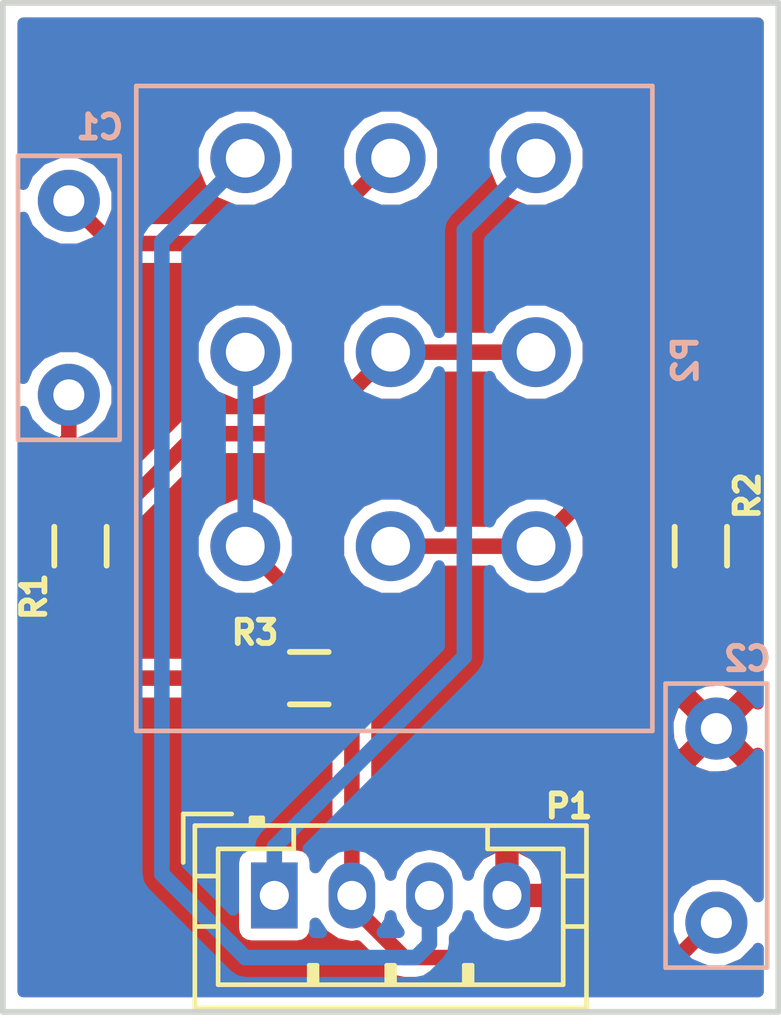
<source format=kicad_pcb>
(kicad_pcb (version 4) (host pcbnew 4.0.4-1.fc24-product)

  (general
    (links 15)
    (no_connects 0)
    (area 164.774999 90.049999 185.225001 119.655)
    (thickness 1.6)
    (drawings 8)
    (tracks 44)
    (zones 0)
    (modules 7)
    (nets 9)
  )

  (page A4)
  (layers
    (0 F.Cu signal)
    (31 B.Cu signal)
    (32 B.Adhes user)
    (33 F.Adhes user)
    (34 B.Paste user)
    (35 F.Paste user)
    (36 B.SilkS user)
    (37 F.SilkS user)
    (38 B.Mask user)
    (39 F.Mask user)
    (40 Dwgs.User user)
    (41 Cmts.User user)
    (42 Eco1.User user)
    (43 Eco2.User user)
    (44 Edge.Cuts user)
    (45 Margin user)
    (46 B.CrtYd user)
    (47 F.CrtYd user)
    (48 B.Fab user)
    (49 F.Fab user)
  )

  (setup
    (last_trace_width 0.4)
    (trace_clearance 0.3)
    (zone_clearance 0.3)
    (zone_45_only no)
    (trace_min 0.3)
    (segment_width 0.2)
    (edge_width 0.15)
    (via_size 0.6)
    (via_drill 0.4)
    (via_min_size 0.4)
    (via_min_drill 0.3)
    (uvia_size 0.3)
    (uvia_drill 0.1)
    (uvias_allowed no)
    (uvia_min_size 0.2)
    (uvia_min_drill 0.1)
    (pcb_text_width 0.3)
    (pcb_text_size 1.5 1.5)
    (mod_edge_width 0.15)
    (mod_text_size 0.6 0.6)
    (mod_text_width 0.15)
    (pad_size 1.524 1.524)
    (pad_drill 0.762)
    (pad_to_mask_clearance 0.2)
    (aux_axis_origin 0 0)
    (visible_elements 7FFFFFFF)
    (pcbplotparams
      (layerselection 0x010fc_80000001)
      (usegerberextensions true)
      (usegerberattributes true)
      (excludeedgelayer true)
      (linewidth 0.100000)
      (plotframeref false)
      (viasonmask false)
      (mode 1)
      (useauxorigin false)
      (hpglpennumber 1)
      (hpglpenspeed 20)
      (hpglpendiameter 15)
      (hpglpenoverlay 2)
      (psnegative false)
      (psa4output false)
      (plotreference true)
      (plotvalue true)
      (plotinvisibletext false)
      (padsonsilk false)
      (subtractmaskfromsilk false)
      (outputformat 1)
      (mirror false)
      (drillshape 0)
      (scaleselection 1)
      (outputdirectory ../../GERBER/F0_MID/))
  )

  (net 0 "")
  (net 1 /VOL2)
  (net 2 "Net-(C1-Pad2)")
  (net 3 /F1_1)
  (net 4 /Vref)
  (net 5 /MID_I)
  (net 6 /MID_O)
  (net 7 /F1_2)
  (net 8 /F2_2)

  (net_class Default "This is the default net class."
    (clearance 0.3)
    (trace_width 0.4)
    (via_dia 0.6)
    (via_drill 0.4)
    (uvia_dia 0.3)
    (uvia_drill 0.1)
    (add_net /F1_1)
    (add_net /F1_2)
    (add_net /F2_2)
    (add_net /MID_I)
    (add_net /MID_O)
    (add_net /VOL2)
    (add_net /Vref)
    (add_net "Net-(C1-Pad2)")
  )

  (net_class PWR ""
    (clearance 0.3)
    (trace_width 0.6)
    (via_dia 0.6)
    (via_drill 0.4)
    (uvia_dia 0.3)
    (uvia_drill 0.1)
  )

  (module LIBS:Potentiometer_Alpha_Tripple_Vertical_Dual_Shaft (layer B.Cu) (tedit 5A73A0CE) (tstamp 5A73A372)
    (at 171.25 96 90)
    (descr "Potentiometer, vertically mounted, Omeg PC16PU, Omeg PC16PU, Omeg PC16PU, Vishay/Spectrol 248GJ/249GJ Single, Vishay/Spectrol 248GJ/249GJ Single, Vishay/Spectrol 248GJ/249GJ Single, Vishay/Spectrol 248GH/249GH Single, Vishay/Spectrol 148/149 Single, Vishay/Spectrol 148/149 Single, Vishay/Spectrol 148/149 Single, Vishay/Spectrol 148A/149A Single with mounting plates, Vishay/Spectrol 148/149 Double, Vishay/Spectrol 148A/149A Double with mounting plates, Piher PC-16 Single, Piher PC-16 Single, Piher PC-16 Single, Piher PC-16SV Single, Piher PC-16 Double, Piher PC-16 Triple, Piher T16H Single, Piher T16L Single, Piher T16H Double, Alps RK163 Single, Alps RK163 Double, Alps RK097 Single, Alps RK097 Double, http://www.alps.com/prod/info/E/HTML/Potentiometer/RotaryPotentiometers/RK097/RK09712100AV.html")
    (tags "Potentiometer vertical  Omeg PC16PU  Omeg PC16PU  Omeg PC16PU  Vishay/Spectrol 248GJ/249GJ Single  Vishay/Spectrol 248GJ/249GJ Single  Vishay/Spectrol 248GJ/249GJ Single  Vishay/Spectrol 248GH/249GH Single  Vishay/Spectrol 148/149 Single  Vishay/Spectrol 148/149 Single  Vishay/Spectrol 148/149 Single  Vishay/Spectrol 148A/149A Single with mounting plates  Vishay/Spectrol 148/149 Double  Vishay/Spectrol 148A/149A Double with mounting plates  Piher PC-16 Single  Piher PC-16 Single  Piher PC-16 Single  Piher PC-16SV Single  Piher PC-16 Double  Piher PC-16 Triple  Piher T16H Single  Piher T16L Single  Piher T16H Double  Alps RK163 Single  Alps RK163 Double  Alps RK097 Single  Alps RK097 Double Dual Shaft")
    (path /5A669FB9)
    (fp_text reference P2 (at -5.2 11.35 90) (layer B.SilkS)
      (effects (font (size 0.6 0.6) (thickness 0.15)) (justify mirror))
    )
    (fp_text value CONN_01X09 (at 2.15 -3.9 90) (layer B.Fab) hide
      (effects (font (size 0.6 0.6) (thickness 0.15)) (justify mirror))
    )
    (fp_line (start -14.7 10.45) (end -14.7 -2.75) (layer B.Fab) (width 0.1))
    (fp_line (start -14.7 -2.75) (end 1.8 -2.75) (layer B.Fab) (width 0.1))
    (fp_line (start 1.8 -2.75) (end 1.8 10.45) (layer B.Fab) (width 0.1))
    (fp_line (start 1.8 10.45) (end -14.7 10.45) (layer B.Fab) (width 0.1))
    (fp_line (start -14.76 10.5) (end 1.86 10.5) (layer B.SilkS) (width 0.12))
    (fp_line (start -14.76 -2.81) (end 1.86 -2.81) (layer B.SilkS) (width 0.12))
    (fp_line (start -14.76 10.5) (end -14.76 -2.81) (layer B.SilkS) (width 0.12))
    (fp_line (start 1.86 10.5) (end 1.86 -2.81) (layer B.SilkS) (width 0.12))
    (fp_line (start -15.15 10.7) (end -15.15 -3) (layer B.CrtYd) (width 0.05))
    (fp_line (start -15.15 -3) (end 2.05 -3) (layer B.CrtYd) (width 0.05))
    (fp_line (start 2.05 -3) (end 2.05 10.7) (layer B.CrtYd) (width 0.05))
    (fp_line (start 2.05 10.7) (end -15.15 10.7) (layer B.CrtYd) (width 0.05))
    (pad 3 thru_hole circle (at 0 7.5 90) (size 1.8 1.8) (drill 1) (layers *.Cu *.Mask)
      (net 5 /MID_I))
    (pad 2 thru_hole circle (at 0 3.75 90) (size 1.8 1.8) (drill 1) (layers *.Cu *.Mask)
      (net 1 /VOL2))
    (pad 1 thru_hole circle (at 0 0 90) (size 1.8 1.8) (drill 1) (layers *.Cu *.Mask)
      (net 6 /MID_O))
    (pad 6 thru_hole circle (at -5 7.5 90) (size 1.8 1.8) (drill 1) (layers *.Cu *.Mask)
      (net 7 /F1_2))
    (pad 5 thru_hole circle (at -5 3.75 90) (size 1.8 1.8) (drill 1) (layers *.Cu *.Mask)
      (net 7 /F1_2))
    (pad 4 thru_hole circle (at -5 0 90) (size 1.8 1.8) (drill 1) (layers *.Cu *.Mask)
      (net 3 /F1_1))
    (pad 7 thru_hole circle (at -10 0 90) (size 1.8 1.8) (drill 1) (layers *.Cu *.Mask)
      (net 3 /F1_1))
    (pad 8 thru_hole circle (at -10 3.75 90) (size 1.8 1.8) (drill 1) (layers *.Cu *.Mask)
      (net 8 /F2_2))
    (pad 9 thru_hole circle (at -10 7.5 90) (size 1.8 1.8) (drill 1) (layers *.Cu *.Mask)
      (net 8 /F2_2))
    (model Potentiometers.3dshapes/Potentiometer_Alps_RK097_Double_Vertical.wrl
      (at (xyz 0 0 0))
      (scale (xyz 0.393701 0.393701 0.393701))
      (rotate (xyz 0 0 0))
    )
  )

  (module Connectors_JST:JST_PH_B4B-PH-K_04x2.00mm_Straight (layer F.Cu) (tedit 5A682204) (tstamp 5A6821C1)
    (at 172 115)
    (descr "JST PH series connector, B4B-PH-K, top entry type, through hole, Datasheet: http://www.jst-mfg.com/product/pdf/eng/ePH.pdf")
    (tags "connector jst ph")
    (path /5A66A01B)
    (fp_text reference P1 (at 7.6 -2.3) (layer F.SilkS)
      (effects (font (size 0.6 0.6) (thickness 0.15)))
    )
    (fp_text value CONN_01X04 (at 3 3.8) (layer F.Fab) hide
      (effects (font (size 0.6 0.6) (thickness 0.15)))
    )
    (fp_line (start -2.05 -1.8) (end -2.05 2.9) (layer F.SilkS) (width 0.12))
    (fp_line (start -2.05 2.9) (end 8.05 2.9) (layer F.SilkS) (width 0.12))
    (fp_line (start 8.05 2.9) (end 8.05 -1.8) (layer F.SilkS) (width 0.12))
    (fp_line (start 8.05 -1.8) (end -2.05 -1.8) (layer F.SilkS) (width 0.12))
    (fp_line (start 0.5 -1.8) (end 0.5 -1.2) (layer F.SilkS) (width 0.12))
    (fp_line (start 0.5 -1.2) (end -1.45 -1.2) (layer F.SilkS) (width 0.12))
    (fp_line (start -1.45 -1.2) (end -1.45 2.3) (layer F.SilkS) (width 0.12))
    (fp_line (start -1.45 2.3) (end 7.45 2.3) (layer F.SilkS) (width 0.12))
    (fp_line (start 7.45 2.3) (end 7.45 -1.2) (layer F.SilkS) (width 0.12))
    (fp_line (start 7.45 -1.2) (end 5.5 -1.2) (layer F.SilkS) (width 0.12))
    (fp_line (start 5.5 -1.2) (end 5.5 -1.8) (layer F.SilkS) (width 0.12))
    (fp_line (start -2.05 -0.5) (end -1.45 -0.5) (layer F.SilkS) (width 0.12))
    (fp_line (start -2.05 0.8) (end -1.45 0.8) (layer F.SilkS) (width 0.12))
    (fp_line (start 8.05 -0.5) (end 7.45 -0.5) (layer F.SilkS) (width 0.12))
    (fp_line (start 8.05 0.8) (end 7.45 0.8) (layer F.SilkS) (width 0.12))
    (fp_line (start -0.3 -1.8) (end -0.3 -2) (layer F.SilkS) (width 0.12))
    (fp_line (start -0.3 -2) (end -0.6 -2) (layer F.SilkS) (width 0.12))
    (fp_line (start -0.6 -2) (end -0.6 -1.8) (layer F.SilkS) (width 0.12))
    (fp_line (start -0.3 -1.9) (end -0.6 -1.9) (layer F.SilkS) (width 0.12))
    (fp_line (start 0.9 2.3) (end 0.9 1.8) (layer F.SilkS) (width 0.12))
    (fp_line (start 0.9 1.8) (end 1.1 1.8) (layer F.SilkS) (width 0.12))
    (fp_line (start 1.1 1.8) (end 1.1 2.3) (layer F.SilkS) (width 0.12))
    (fp_line (start 1 2.3) (end 1 1.8) (layer F.SilkS) (width 0.12))
    (fp_line (start 2.9 2.3) (end 2.9 1.8) (layer F.SilkS) (width 0.12))
    (fp_line (start 2.9 1.8) (end 3.1 1.8) (layer F.SilkS) (width 0.12))
    (fp_line (start 3.1 1.8) (end 3.1 2.3) (layer F.SilkS) (width 0.12))
    (fp_line (start 3 2.3) (end 3 1.8) (layer F.SilkS) (width 0.12))
    (fp_line (start 4.9 2.3) (end 4.9 1.8) (layer F.SilkS) (width 0.12))
    (fp_line (start 4.9 1.8) (end 5.1 1.8) (layer F.SilkS) (width 0.12))
    (fp_line (start 5.1 1.8) (end 5.1 2.3) (layer F.SilkS) (width 0.12))
    (fp_line (start 5 2.3) (end 5 1.8) (layer F.SilkS) (width 0.12))
    (fp_line (start -1.1 -2.1) (end -2.35 -2.1) (layer F.SilkS) (width 0.12))
    (fp_line (start -2.35 -2.1) (end -2.35 -0.85) (layer F.SilkS) (width 0.12))
    (fp_line (start -1.1 -2.1) (end -2.35 -2.1) (layer F.Fab) (width 0.1))
    (fp_line (start -2.35 -2.1) (end -2.35 -0.85) (layer F.Fab) (width 0.1))
    (fp_line (start -1.95 -1.7) (end -1.95 2.8) (layer F.Fab) (width 0.1))
    (fp_line (start -1.95 2.8) (end 7.95 2.8) (layer F.Fab) (width 0.1))
    (fp_line (start 7.95 2.8) (end 7.95 -1.7) (layer F.Fab) (width 0.1))
    (fp_line (start 7.95 -1.7) (end -1.95 -1.7) (layer F.Fab) (width 0.1))
    (fp_line (start -2.45 -2.2) (end -2.45 3.3) (layer F.CrtYd) (width 0.05))
    (fp_line (start -2.45 3.3) (end 8.45 3.3) (layer F.CrtYd) (width 0.05))
    (fp_line (start 8.45 3.3) (end 8.45 -2.2) (layer F.CrtYd) (width 0.05))
    (fp_line (start 8.45 -2.2) (end -2.45 -2.2) (layer F.CrtYd) (width 0.05))
    (fp_text user %R (at 3 1.5) (layer F.Fab) hide
      (effects (font (size 0.6 0.6) (thickness 0.15)))
    )
    (pad 1 thru_hole rect (at 0 0) (size 1.2 1.7) (drill 0.75) (layers *.Cu *.Mask)
      (net 5 /MID_I))
    (pad 2 thru_hole oval (at 2 0) (size 1.2 1.7) (drill 0.75) (layers *.Cu *.Mask)
      (net 3 /F1_1))
    (pad 3 thru_hole oval (at 4 0) (size 1.2 1.7) (drill 0.75) (layers *.Cu *.Mask)
      (net 6 /MID_O))
    (pad 4 thru_hole oval (at 6 0) (size 1.2 1.7) (drill 0.75) (layers *.Cu *.Mask)
      (net 4 /Vref))
    (model ${KISYS3DMOD}/Connectors_JST.3dshapes/JST_PH_B4B-PH-K_04x2.00mm_Straight.wrl
      (at (xyz 0 0 0))
      (scale (xyz 1 1 1))
      (rotate (xyz 0 0 0))
    )
  )

  (module Resistors_SMD:R_0603_HandSoldering (layer F.Cu) (tedit 5A682439) (tstamp 5A6821D4)
    (at 167 106 90)
    (descr "Resistor SMD 0603, hand soldering")
    (tags "resistor 0603")
    (path /5A4C5562)
    (attr smd)
    (fp_text reference R1 (at -1.3 -1.2 90) (layer F.SilkS)
      (effects (font (size 0.6 0.6) (thickness 0.15)))
    )
    (fp_text value 4.7k (at 0 1.9 90) (layer F.Fab) hide
      (effects (font (size 0.6 0.6) (thickness 0.15)))
    )
    (fp_line (start -2 -0.8) (end 2 -0.8) (layer F.CrtYd) (width 0.05))
    (fp_line (start -2 0.8) (end 2 0.8) (layer F.CrtYd) (width 0.05))
    (fp_line (start -2 -0.8) (end -2 0.8) (layer F.CrtYd) (width 0.05))
    (fp_line (start 2 -0.8) (end 2 0.8) (layer F.CrtYd) (width 0.05))
    (fp_line (start 0.5 0.675) (end -0.5 0.675) (layer F.SilkS) (width 0.15))
    (fp_line (start -0.5 -0.675) (end 0.5 -0.675) (layer F.SilkS) (width 0.15))
    (pad 1 smd rect (at -1.1 0 90) (size 1.2 0.9) (layers F.Cu F.Paste F.Mask)
      (net 2 "Net-(C1-Pad2)"))
    (pad 2 smd rect (at 1.1 0 90) (size 1.2 0.9) (layers F.Cu F.Paste F.Mask)
      (net 7 /F1_2))
    (model Resistors_SMD.3dshapes/R_0603_HandSoldering.wrl
      (at (xyz 0 0 0))
      (scale (xyz 1 1 1))
      (rotate (xyz 0 0 0))
    )
  )

  (module Resistors_SMD:R_0603_HandSoldering (layer F.Cu) (tedit 5A68242B) (tstamp 5A6821DA)
    (at 183 106 270)
    (descr "Resistor SMD 0603, hand soldering")
    (tags "resistor 0603")
    (path /5A4C5B1B)
    (attr smd)
    (fp_text reference R2 (at -1.3 -1.2 270) (layer F.SilkS)
      (effects (font (size 0.6 0.6) (thickness 0.15)))
    )
    (fp_text value 4.7k (at 0 1.9 270) (layer F.Fab) hide
      (effects (font (size 0.6 0.6) (thickness 0.15)))
    )
    (fp_line (start -2 -0.8) (end 2 -0.8) (layer F.CrtYd) (width 0.05))
    (fp_line (start -2 0.8) (end 2 0.8) (layer F.CrtYd) (width 0.05))
    (fp_line (start -2 -0.8) (end -2 0.8) (layer F.CrtYd) (width 0.05))
    (fp_line (start 2 -0.8) (end 2 0.8) (layer F.CrtYd) (width 0.05))
    (fp_line (start 0.5 0.675) (end -0.5 0.675) (layer F.SilkS) (width 0.15))
    (fp_line (start -0.5 -0.675) (end 0.5 -0.675) (layer F.SilkS) (width 0.15))
    (pad 1 smd rect (at -1.1 0 270) (size 1.2 0.9) (layers F.Cu F.Paste F.Mask)
      (net 8 /F2_2))
    (pad 2 smd rect (at 1.1 0 270) (size 1.2 0.9) (layers F.Cu F.Paste F.Mask)
      (net 4 /Vref))
    (model Resistors_SMD.3dshapes/R_0603_HandSoldering.wrl
      (at (xyz 0 0 0))
      (scale (xyz 1 1 1))
      (rotate (xyz 0 0 0))
    )
  )

  (module Capacitor_THT:C_Rect_L7.2mm_W2.5mm_P5.00mm_FKS2_FKP2_MKS2_MKP2 (layer B.Cu) (tedit 5A88CF98) (tstamp 5A88CF80)
    (at 166.7 97.1 270)
    (descr "C, Rect series, Radial, pin pitch=5.00mm, length*width=7.2*2.5mm^2, Capacitor, http://www.wima.com/EN/WIMA_FKS_2.pdf")
    (tags "C Rect series Radial pin pitch 5.00mm  length 7.2mm width 2.5mm Capacitor")
    (path /5A4C54B9)
    (fp_text reference C1 (at -1.9 -0.8 360) (layer B.SilkS)
      (effects (font (size 0.6 0.6) (thickness 0.15)) (justify mirror))
    )
    (fp_text value 22n (at 2.5 -2.56 270) (layer B.Fab) hide
      (effects (font (size 0.6 0.6) (thickness 0.15)) (justify mirror))
    )
    (fp_line (start -1.1 1.25) (end -1.1 -1.25) (layer B.Fab) (width 0.1))
    (fp_line (start -1.1 -1.25) (end 6.1 -1.25) (layer B.Fab) (width 0.1))
    (fp_line (start 6.1 -1.25) (end 6.1 1.25) (layer B.Fab) (width 0.1))
    (fp_line (start 6.1 1.25) (end -1.1 1.25) (layer B.Fab) (width 0.1))
    (fp_line (start -1.16 1.31) (end 6.16 1.31) (layer B.SilkS) (width 0.12))
    (fp_line (start -1.16 -1.31) (end 6.16 -1.31) (layer B.SilkS) (width 0.12))
    (fp_line (start -1.16 1.31) (end -1.16 -1.31) (layer B.SilkS) (width 0.12))
    (fp_line (start 6.16 1.31) (end 6.16 -1.31) (layer B.SilkS) (width 0.12))
    (fp_line (start -1.45 1.6) (end -1.45 -1.6) (layer B.CrtYd) (width 0.05))
    (fp_line (start -1.45 -1.6) (end 6.45 -1.6) (layer B.CrtYd) (width 0.05))
    (fp_line (start 6.45 -1.6) (end 6.45 1.6) (layer B.CrtYd) (width 0.05))
    (fp_line (start 6.45 1.6) (end -1.45 1.6) (layer B.CrtYd) (width 0.05))
    (fp_text user %R (at 2.5 0 270) (layer B.Fab) hide
      (effects (font (size 1 1) (thickness 0.15)) (justify mirror))
    )
    (pad 1 thru_hole circle (at 0 0 270) (size 1.6 1.6) (drill 0.8) (layers *.Cu *.Mask)
      (net 1 /VOL2))
    (pad 2 thru_hole circle (at 5 0 270) (size 1.6 1.6) (drill 0.8) (layers *.Cu *.Mask)
      (net 2 "Net-(C1-Pad2)"))
    (model ${KISYS3DMOD}/Capacitor_THT.3dshapes/C_Rect_L7.2mm_W2.5mm_P5.00mm_FKS2_FKP2_MKS2_MKP2.wrl
      (at (xyz 0 0 0))
      (scale (xyz 1 1 1))
      (rotate (xyz 0 0 0))
    )
  )

  (module Capacitor_THT:C_Rect_L7.2mm_W2.5mm_P5.00mm_FKS2_FKP2_MKS2_MKP2 (layer B.Cu) (tedit 5A88CF9F) (tstamp 5A88CF86)
    (at 183.4 115.7 90)
    (descr "C, Rect series, Radial, pin pitch=5.00mm, length*width=7.2*2.5mm^2, Capacitor, http://www.wima.com/EN/WIMA_FKS_2.pdf")
    (tags "C Rect series Radial pin pitch 5.00mm  length 7.2mm width 2.5mm Capacitor")
    (path /5A4C5BAB)
    (fp_text reference C2 (at 6.8 0.8 180) (layer B.SilkS)
      (effects (font (size 0.6 0.6) (thickness 0.15)) (justify mirror))
    )
    (fp_text value 10n (at 2.5 -2.56 90) (layer B.Fab) hide
      (effects (font (size 0.6 0.6) (thickness 0.15)) (justify mirror))
    )
    (fp_line (start -1.1 1.25) (end -1.1 -1.25) (layer B.Fab) (width 0.1))
    (fp_line (start -1.1 -1.25) (end 6.1 -1.25) (layer B.Fab) (width 0.1))
    (fp_line (start 6.1 -1.25) (end 6.1 1.25) (layer B.Fab) (width 0.1))
    (fp_line (start 6.1 1.25) (end -1.1 1.25) (layer B.Fab) (width 0.1))
    (fp_line (start -1.16 1.31) (end 6.16 1.31) (layer B.SilkS) (width 0.12))
    (fp_line (start -1.16 -1.31) (end 6.16 -1.31) (layer B.SilkS) (width 0.12))
    (fp_line (start -1.16 1.31) (end -1.16 -1.31) (layer B.SilkS) (width 0.12))
    (fp_line (start 6.16 1.31) (end 6.16 -1.31) (layer B.SilkS) (width 0.12))
    (fp_line (start -1.45 1.6) (end -1.45 -1.6) (layer B.CrtYd) (width 0.05))
    (fp_line (start -1.45 -1.6) (end 6.45 -1.6) (layer B.CrtYd) (width 0.05))
    (fp_line (start 6.45 -1.6) (end 6.45 1.6) (layer B.CrtYd) (width 0.05))
    (fp_line (start 6.45 1.6) (end -1.45 1.6) (layer B.CrtYd) (width 0.05))
    (fp_text user %R (at 2.5 0 90) (layer B.Fab) hide
      (effects (font (size 1 1) (thickness 0.15)) (justify mirror))
    )
    (pad 1 thru_hole circle (at 0 0 90) (size 1.6 1.6) (drill 0.8) (layers *.Cu *.Mask)
      (net 3 /F1_1))
    (pad 2 thru_hole circle (at 5 0 90) (size 1.6 1.6) (drill 0.8) (layers *.Cu *.Mask)
      (net 4 /Vref))
    (model ${KISYS3DMOD}/Capacitor_THT.3dshapes/C_Rect_L7.2mm_W2.5mm_P5.00mm_FKS2_FKP2_MKS2_MKP2.wrl
      (at (xyz 0 0 0))
      (scale (xyz 1 1 1))
      (rotate (xyz 0 0 0))
    )
  )

  (module Resistors_SMD:R_0603_HandSoldering (layer F.Cu) (tedit 5A88D009) (tstamp 5A88CF8C)
    (at 172.9 109.4)
    (descr "Resistor SMD 0603, hand soldering")
    (tags "resistor 0603")
    (path /5A88CD87)
    (attr smd)
    (fp_text reference R3 (at -1.4 -1.175001) (layer F.SilkS)
      (effects (font (size 0.6 0.6) (thickness 0.15)))
    )
    (fp_text value 100k (at 0 1.9) (layer F.Fab) hide
      (effects (font (size 0.6 0.6) (thickness 0.15)))
    )
    (fp_line (start -2 -0.8) (end 2 -0.8) (layer F.CrtYd) (width 0.05))
    (fp_line (start -2 0.8) (end 2 0.8) (layer F.CrtYd) (width 0.05))
    (fp_line (start -2 -0.8) (end -2 0.8) (layer F.CrtYd) (width 0.05))
    (fp_line (start 2 -0.8) (end 2 0.8) (layer F.CrtYd) (width 0.05))
    (fp_line (start 0.5 0.675) (end -0.5 0.675) (layer F.SilkS) (width 0.15))
    (fp_line (start -0.5 -0.675) (end 0.5 -0.675) (layer F.SilkS) (width 0.15))
    (pad 1 smd rect (at -1.1 0) (size 1.2 0.9) (layers F.Cu F.Paste F.Mask)
      (net 2 "Net-(C1-Pad2)"))
    (pad 2 smd rect (at 1.1 0) (size 1.2 0.9) (layers F.Cu F.Paste F.Mask)
      (net 3 /F1_1))
    (model Resistors_SMD.3dshapes/R_0603_HandSoldering.wrl
      (at (xyz 0 0 0))
      (scale (xyz 1 1 1))
      (rotate (xyz 0 0 0))
    )
  )

  (gr_line (start 184.7 117.7) (end 184.7 92.3) (layer Margin) (width 0.2))
  (gr_line (start 165.3 117.7) (end 184.7 117.7) (layer Margin) (width 0.2))
  (gr_line (start 165.3 92.3) (end 165.3 117.7) (layer Margin) (width 0.2))
  (gr_line (start 184.7 92.3) (end 165.3 92.3) (layer Margin) (width 0.2))
  (gr_line (start 185 118) (end 185 92) (layer Edge.Cuts) (width 0.15))
  (gr_line (start 165 118) (end 185 118) (layer Edge.Cuts) (width 0.15))
  (gr_line (start 165 92) (end 165 118) (layer Edge.Cuts) (width 0.15))
  (gr_line (start 185 92) (end 165 92) (layer Edge.Cuts) (width 0.15))

  (segment (start 172.8 98.2) (end 167.8 98.2) (width 0.4) (layer F.Cu) (net 1))
  (segment (start 167.8 98.2) (end 166.7 97.1) (width 0.4) (layer F.Cu) (net 1))
  (segment (start 175 96) (end 172.8 98.2) (width 0.4) (layer F.Cu) (net 1))
  (segment (start 166.7 102.1) (end 166.7 103.23137) (width 0.4) (layer F.Cu) (net 2))
  (segment (start 166.7 103.23137) (end 165.7 104.23137) (width 0.4) (layer F.Cu) (net 2))
  (segment (start 165.7 104.23137) (end 165.7 106.5) (width 0.4) (layer F.Cu) (net 2))
  (segment (start 165.7 106.5) (end 166.3 107.1) (width 0.4) (layer F.Cu) (net 2))
  (segment (start 166.3 107.1) (end 167 107.1) (width 0.4) (layer F.Cu) (net 2))
  (segment (start 167 107.1) (end 167 108.2) (width 0.4) (layer F.Cu) (net 2))
  (segment (start 167 108.2) (end 168.2 109.4) (width 0.4) (layer F.Cu) (net 2))
  (segment (start 168.2 109.4) (end 170.8 109.4) (width 0.4) (layer F.Cu) (net 2))
  (segment (start 170.8 109.4) (end 171.8 109.4) (width 0.4) (layer F.Cu) (net 2))
  (segment (start 183.3 115.7) (end 182.4 116.6) (width 0.4) (layer F.Cu) (net 3))
  (segment (start 182.4 116.6) (end 175.35 116.6) (width 0.4) (layer F.Cu) (net 3))
  (segment (start 175.35 116.6) (end 174 115.25) (width 0.4) (layer F.Cu) (net 3))
  (segment (start 174 115.25) (end 174 115) (width 0.4) (layer F.Cu) (net 3))
  (segment (start 171.25 106) (end 171.25 104.727208) (width 0.4) (layer B.Cu) (net 3))
  (segment (start 171.25 104.727208) (end 171.25 101) (width 0.4) (layer B.Cu) (net 3))
  (segment (start 171.25 106) (end 174 108.75) (width 0.4) (layer F.Cu) (net 3))
  (segment (start 174 108.75) (end 174 109.4) (width 0.4) (layer F.Cu) (net 3))
  (segment (start 171.3 106) (end 171.25 106) (width 0.4) (layer F.Cu) (net 3))
  (segment (start 174 115) (end 174 109.4) (width 0.4) (layer F.Cu) (net 3))
  (segment (start 178 114.75) (end 178 115) (width 0.4) (layer B.Cu) (net 4))
  (segment (start 176.9 108.85) (end 176.9 97.85) (width 0.4) (layer B.Cu) (net 5))
  (segment (start 176.9 97.85) (end 178.75 96) (width 0.4) (layer B.Cu) (net 5))
  (segment (start 172 115) (end 172 113.75) (width 0.4) (layer B.Cu) (net 5))
  (segment (start 172 113.75) (end 176.9 108.85) (width 0.4) (layer B.Cu) (net 5))
  (segment (start 172 115) (end 172 114.75) (width 0.4) (layer B.Cu) (net 5))
  (segment (start 176 115) (end 176 116.25) (width 0.4) (layer B.Cu) (net 6))
  (segment (start 176 116.25) (end 175.65 116.6) (width 0.4) (layer B.Cu) (net 6))
  (segment (start 175.65 116.6) (end 171.249998 116.6) (width 0.4) (layer B.Cu) (net 6))
  (segment (start 171.249998 116.6) (end 169.1 114.450002) (width 0.4) (layer B.Cu) (net 6))
  (segment (start 169.1 114.450002) (end 169.1 98.15) (width 0.4) (layer B.Cu) (net 6))
  (segment (start 169.1 98.15) (end 171.25 96) (width 0.4) (layer B.Cu) (net 6))
  (segment (start 176 115) (end 176 115.25) (width 0.4) (layer B.Cu) (net 6))
  (segment (start 175 101) (end 178.75 101) (width 0.4) (layer F.Cu) (net 7))
  (segment (start 170 103.1) (end 172.9 103.1) (width 0.4) (layer F.Cu) (net 7))
  (segment (start 172.9 103.1) (end 175 101) (width 0.4) (layer F.Cu) (net 7))
  (segment (start 168.2 104.9) (end 170 103.1) (width 0.4) (layer F.Cu) (net 7))
  (segment (start 167 104.9) (end 168.2 104.9) (width 0.4) (layer F.Cu) (net 7))
  (segment (start 167 104.9) (end 167 104.75) (width 0.4) (layer F.Cu) (net 7))
  (segment (start 183 104.9) (end 179.85 104.9) (width 0.4) (layer F.Cu) (net 8))
  (segment (start 179.85 104.9) (end 178.75 106) (width 0.4) (layer F.Cu) (net 8))
  (segment (start 175 106) (end 178.75 106) (width 0.4) (layer F.Cu) (net 8))

  (zone (net 4) (net_name /Vref) (layer F.Cu) (tstamp 0) (hatch edge 0.508)
    (connect_pads (clearance 0.3))
    (min_thickness 0.3)
    (fill yes (arc_segments 16) (thermal_gap 0.3) (thermal_bridge_width 0.6))
    (polygon
      (pts
        (xy 184.7 92.3) (xy 165.3 92.3) (xy 165.3 117.7) (xy 184.7 117.7)
      )
    )
    (filled_polygon
      (pts
        (xy 184.475 110.060729) (xy 184.320842 109.99129) (xy 183.612132 110.7) (xy 184.320842 111.40871) (xy 184.475 111.339271)
        (xy 184.475 115.028395) (xy 184.460316 114.992857) (xy 184.108993 114.640919) (xy 183.649731 114.450217) (xy 183.15245 114.449783)
        (xy 182.692857 114.639684) (xy 182.340919 114.991007) (xy 182.150217 115.450269) (xy 182.149797 115.930964) (xy 182.130762 115.95)
        (xy 178.775845 115.95) (xy 178.953583 115.717073) (xy 179.059737 115.316599) (xy 178.944608 115.15) (xy 178.15 115.15)
        (xy 178.15 115.17) (xy 177.85 115.17) (xy 177.85 115.15) (xy 177.83 115.15) (xy 177.83 114.85)
        (xy 177.85 114.85) (xy 177.85 113.824578) (xy 178.15 113.824578) (xy 178.15 114.85) (xy 178.944608 114.85)
        (xy 179.059737 114.683401) (xy 178.953583 114.282927) (xy 178.702255 113.95356) (xy 178.310725 113.74703) (xy 178.15 113.824578)
        (xy 177.85 113.824578) (xy 177.689275 113.74703) (xy 177.297745 113.95356) (xy 177.046417 114.282927) (xy 176.998281 114.464522)
        (xy 176.970074 114.322713) (xy 176.742462 113.982069) (xy 176.401818 113.754457) (xy 176 113.674531) (xy 175.598182 113.754457)
        (xy 175.257538 113.982069) (xy 175.029926 114.322713) (xy 175 114.473162) (xy 174.970074 114.322713) (xy 174.742462 113.982069)
        (xy 174.65 113.920288) (xy 174.65 111.620842) (xy 182.69129 111.620842) (xy 182.777433 111.812085) (xy 183.2504 111.965679)
        (xy 183.746142 111.926583) (xy 184.022567 111.812085) (xy 184.10871 111.620842) (xy 183.4 110.912132) (xy 182.69129 111.620842)
        (xy 174.65 111.620842) (xy 174.65 110.5504) (xy 182.134321 110.5504) (xy 182.173417 111.046142) (xy 182.287915 111.322567)
        (xy 182.479158 111.40871) (xy 183.187868 110.7) (xy 182.479158 109.99129) (xy 182.287915 110.077433) (xy 182.134321 110.5504)
        (xy 174.65 110.5504) (xy 174.65 110.299408) (xy 174.76676 110.277438) (xy 174.919919 110.178883) (xy 175.022668 110.028505)
        (xy 175.058816 109.85) (xy 175.058816 109.779158) (xy 182.69129 109.779158) (xy 183.4 110.487868) (xy 184.10871 109.779158)
        (xy 184.022567 109.587915) (xy 183.5496 109.434321) (xy 183.053858 109.473417) (xy 182.777433 109.587915) (xy 182.69129 109.779158)
        (xy 175.058816 109.779158) (xy 175.058816 108.95) (xy 175.027438 108.78324) (xy 174.928883 108.630081) (xy 174.778505 108.527332)
        (xy 174.6 108.491184) (xy 174.593793 108.491184) (xy 174.459619 108.29038) (xy 173.531739 107.3625) (xy 182.1 107.3625)
        (xy 182.1 107.789511) (xy 182.168509 107.954905) (xy 182.295096 108.081492) (xy 182.46049 108.15) (xy 182.7375 108.15)
        (xy 182.85 108.0375) (xy 182.85 107.25) (xy 183.15 107.25) (xy 183.15 108.0375) (xy 183.2625 108.15)
        (xy 183.53951 108.15) (xy 183.704904 108.081492) (xy 183.831491 107.954905) (xy 183.9 107.789511) (xy 183.9 107.3625)
        (xy 183.7875 107.25) (xy 183.15 107.25) (xy 182.85 107.25) (xy 182.2125 107.25) (xy 182.1 107.3625)
        (xy 173.531739 107.3625) (xy 172.552581 106.383342) (xy 172.599765 106.26971) (xy 172.599767 106.267353) (xy 173.649766 106.267353)
        (xy 173.854858 106.763715) (xy 174.234288 107.143807) (xy 174.73029 107.349765) (xy 175.267353 107.350234) (xy 175.763715 107.145142)
        (xy 176.143807 106.765712) (xy 176.191855 106.65) (xy 177.557872 106.65) (xy 177.604858 106.763715) (xy 177.984288 107.143807)
        (xy 178.48029 107.349765) (xy 179.017353 107.350234) (xy 179.513715 107.145142) (xy 179.893807 106.765712) (xy 180.041308 106.410489)
        (xy 182.1 106.410489) (xy 182.1 106.8375) (xy 182.2125 106.95) (xy 182.85 106.95) (xy 182.85 106.1625)
        (xy 183.15 106.1625) (xy 183.15 106.95) (xy 183.7875 106.95) (xy 183.9 106.8375) (xy 183.9 106.410489)
        (xy 183.831491 106.245095) (xy 183.704904 106.118508) (xy 183.53951 106.05) (xy 183.2625 106.05) (xy 183.15 106.1625)
        (xy 182.85 106.1625) (xy 182.7375 106.05) (xy 182.46049 106.05) (xy 182.295096 106.118508) (xy 182.168509 106.245095)
        (xy 182.1 106.410489) (xy 180.041308 106.410489) (xy 180.099765 106.26971) (xy 180.100234 105.732647) (xy 180.052388 105.61685)
        (xy 180.119238 105.55) (xy 182.100592 105.55) (xy 182.122562 105.66676) (xy 182.221117 105.819919) (xy 182.371495 105.922668)
        (xy 182.55 105.958816) (xy 183.45 105.958816) (xy 183.61676 105.927438) (xy 183.769919 105.828883) (xy 183.872668 105.678505)
        (xy 183.908816 105.5) (xy 183.908816 104.3) (xy 183.877438 104.13324) (xy 183.778883 103.980081) (xy 183.628505 103.877332)
        (xy 183.45 103.841184) (xy 182.55 103.841184) (xy 182.38324 103.872562) (xy 182.230081 103.971117) (xy 182.127332 104.121495)
        (xy 182.101309 104.25) (xy 179.85 104.25) (xy 179.64699 104.290381) (xy 179.601255 104.299478) (xy 179.390381 104.440381)
        (xy 179.133343 104.697419) (xy 179.01971 104.650235) (xy 178.482647 104.649766) (xy 177.986285 104.854858) (xy 177.606193 105.234288)
        (xy 177.558145 105.35) (xy 176.192128 105.35) (xy 176.145142 105.236285) (xy 175.765712 104.856193) (xy 175.26971 104.650235)
        (xy 174.732647 104.649766) (xy 174.236285 104.854858) (xy 173.856193 105.234288) (xy 173.650235 105.73029) (xy 173.649766 106.267353)
        (xy 172.599767 106.267353) (xy 172.600234 105.732647) (xy 172.395142 105.236285) (xy 172.015712 104.856193) (xy 171.51971 104.650235)
        (xy 170.982647 104.649766) (xy 170.486285 104.854858) (xy 170.106193 105.234288) (xy 169.900235 105.73029) (xy 169.899766 106.267353)
        (xy 170.104858 106.763715) (xy 170.484288 107.143807) (xy 170.98029 107.349765) (xy 171.517353 107.350234) (xy 171.63315 107.302388)
        (xy 173.028041 108.69728) (xy 172.977332 108.771495) (xy 172.941184 108.95) (xy 172.941184 109.85) (xy 172.972562 110.01676)
        (xy 173.071117 110.169919) (xy 173.221495 110.272668) (xy 173.35 110.298691) (xy 173.35 113.920288) (xy 173.257538 113.982069)
        (xy 173.058816 114.279476) (xy 173.058816 114.15) (xy 173.027438 113.98324) (xy 172.928883 113.830081) (xy 172.778505 113.727332)
        (xy 172.6 113.691184) (xy 171.4 113.691184) (xy 171.23324 113.722562) (xy 171.080081 113.821117) (xy 170.977332 113.971495)
        (xy 170.941184 114.15) (xy 170.941184 115.85) (xy 170.972562 116.01676) (xy 171.071117 116.169919) (xy 171.221495 116.272668)
        (xy 171.4 116.308816) (xy 172.6 116.308816) (xy 172.76676 116.277438) (xy 172.919919 116.178883) (xy 173.022668 116.028505)
        (xy 173.058816 115.85) (xy 173.058816 115.720524) (xy 173.257538 116.017931) (xy 173.598182 116.245543) (xy 174 116.325469)
        (xy 174.13031 116.299549) (xy 174.89038 117.059619) (xy 175.101255 117.200522) (xy 175.142524 117.208731) (xy 175.35 117.25)
        (xy 182.4 117.25) (xy 182.607476 117.208731) (xy 182.648745 117.200522) (xy 182.859619 117.059619) (xy 183.022507 116.896732)
        (xy 183.150269 116.949783) (xy 183.64755 116.950217) (xy 184.107143 116.760316) (xy 184.459081 116.408993) (xy 184.475 116.370656)
        (xy 184.475 117.475) (xy 165.525 117.475) (xy 165.525 107.244238) (xy 165.84038 107.559619) (xy 166.051255 107.700522)
        (xy 166.092524 107.708731) (xy 166.092839 107.708793) (xy 166.122562 107.86676) (xy 166.221117 108.019919) (xy 166.35 108.107981)
        (xy 166.35 108.2) (xy 166.367978 108.29038) (xy 166.399478 108.448745) (xy 166.540381 108.659619) (xy 167.74038 109.859619)
        (xy 167.951255 110.000522) (xy 167.992524 110.008731) (xy 168.2 110.05) (xy 170.793951 110.05) (xy 170.871117 110.169919)
        (xy 171.021495 110.272668) (xy 171.2 110.308816) (xy 172.4 110.308816) (xy 172.56676 110.277438) (xy 172.719919 110.178883)
        (xy 172.822668 110.028505) (xy 172.858816 109.85) (xy 172.858816 108.95) (xy 172.827438 108.78324) (xy 172.728883 108.630081)
        (xy 172.578505 108.527332) (xy 172.4 108.491184) (xy 171.2 108.491184) (xy 171.03324 108.522562) (xy 170.880081 108.621117)
        (xy 170.792019 108.75) (xy 168.469239 108.75) (xy 167.756656 108.037418) (xy 167.769919 108.028883) (xy 167.872668 107.878505)
        (xy 167.908816 107.7) (xy 167.908816 106.5) (xy 167.877438 106.33324) (xy 167.778883 106.180081) (xy 167.628505 106.077332)
        (xy 167.45 106.041184) (xy 166.55 106.041184) (xy 166.38324 106.072562) (xy 166.35 106.093951) (xy 166.35 105.907981)
        (xy 166.371495 105.922668) (xy 166.55 105.958816) (xy 167.45 105.958816) (xy 167.61676 105.927438) (xy 167.769919 105.828883)
        (xy 167.872668 105.678505) (xy 167.898691 105.55) (xy 168.2 105.55) (xy 168.407476 105.508731) (xy 168.448745 105.500522)
        (xy 168.659619 105.359619) (xy 170.269239 103.75) (xy 172.9 103.75) (xy 173.107476 103.708731) (xy 173.148745 103.700522)
        (xy 173.359619 103.559619) (xy 174.616658 102.302581) (xy 174.73029 102.349765) (xy 175.267353 102.350234) (xy 175.763715 102.145142)
        (xy 176.143807 101.765712) (xy 176.191855 101.65) (xy 177.557872 101.65) (xy 177.604858 101.763715) (xy 177.984288 102.143807)
        (xy 178.48029 102.349765) (xy 179.017353 102.350234) (xy 179.513715 102.145142) (xy 179.893807 101.765712) (xy 180.099765 101.26971)
        (xy 180.100234 100.732647) (xy 179.895142 100.236285) (xy 179.515712 99.856193) (xy 179.01971 99.650235) (xy 178.482647 99.649766)
        (xy 177.986285 99.854858) (xy 177.606193 100.234288) (xy 177.558145 100.35) (xy 176.192128 100.35) (xy 176.145142 100.236285)
        (xy 175.765712 99.856193) (xy 175.26971 99.650235) (xy 174.732647 99.649766) (xy 174.236285 99.854858) (xy 173.856193 100.234288)
        (xy 173.650235 100.73029) (xy 173.649766 101.267353) (xy 173.697612 101.383149) (xy 172.630762 102.45) (xy 170 102.45)
        (xy 169.751256 102.499478) (xy 169.751254 102.499479) (xy 169.751255 102.499479) (xy 169.54038 102.640381) (xy 167.930762 104.25)
        (xy 167.899408 104.25) (xy 167.877438 104.13324) (xy 167.778883 103.980081) (xy 167.628505 103.877332) (xy 167.45 103.841184)
        (xy 167.009425 103.841184) (xy 167.15962 103.690989) (xy 167.300522 103.480114) (xy 167.35 103.23137) (xy 167.35 103.183927)
        (xy 167.407143 103.160316) (xy 167.759081 102.808993) (xy 167.949783 102.349731) (xy 167.950217 101.85245) (xy 167.760316 101.392857)
        (xy 167.635032 101.267353) (xy 169.899766 101.267353) (xy 170.104858 101.763715) (xy 170.484288 102.143807) (xy 170.98029 102.349765)
        (xy 171.517353 102.350234) (xy 172.013715 102.145142) (xy 172.393807 101.765712) (xy 172.599765 101.26971) (xy 172.600234 100.732647)
        (xy 172.395142 100.236285) (xy 172.015712 99.856193) (xy 171.51971 99.650235) (xy 170.982647 99.649766) (xy 170.486285 99.854858)
        (xy 170.106193 100.234288) (xy 169.900235 100.73029) (xy 169.899766 101.267353) (xy 167.635032 101.267353) (xy 167.408993 101.040919)
        (xy 166.949731 100.850217) (xy 166.45245 100.849783) (xy 165.992857 101.039684) (xy 165.640919 101.391007) (xy 165.525 101.670171)
        (xy 165.525 97.529588) (xy 165.639684 97.807143) (xy 165.991007 98.159081) (xy 166.450269 98.349783) (xy 166.94755 98.350217)
        (xy 167.006586 98.325824) (xy 167.340381 98.659619) (xy 167.551255 98.800522) (xy 167.592524 98.808731) (xy 167.8 98.85)
        (xy 172.8 98.85) (xy 173.007476 98.808731) (xy 173.048745 98.800522) (xy 173.259619 98.659619) (xy 174.616658 97.302581)
        (xy 174.73029 97.349765) (xy 175.267353 97.350234) (xy 175.763715 97.145142) (xy 176.143807 96.765712) (xy 176.349765 96.26971)
        (xy 176.349767 96.267353) (xy 177.399766 96.267353) (xy 177.604858 96.763715) (xy 177.984288 97.143807) (xy 178.48029 97.349765)
        (xy 179.017353 97.350234) (xy 179.513715 97.145142) (xy 179.893807 96.765712) (xy 180.099765 96.26971) (xy 180.100234 95.732647)
        (xy 179.895142 95.236285) (xy 179.515712 94.856193) (xy 179.01971 94.650235) (xy 178.482647 94.649766) (xy 177.986285 94.854858)
        (xy 177.606193 95.234288) (xy 177.400235 95.73029) (xy 177.399766 96.267353) (xy 176.349767 96.267353) (xy 176.350234 95.732647)
        (xy 176.145142 95.236285) (xy 175.765712 94.856193) (xy 175.26971 94.650235) (xy 174.732647 94.649766) (xy 174.236285 94.854858)
        (xy 173.856193 95.234288) (xy 173.650235 95.73029) (xy 173.649766 96.267353) (xy 173.697612 96.383149) (xy 172.530762 97.55)
        (xy 168.069238 97.55) (xy 167.926072 97.406834) (xy 167.949783 97.349731) (xy 167.950217 96.85245) (xy 167.760316 96.392857)
        (xy 167.635032 96.267353) (xy 169.899766 96.267353) (xy 170.104858 96.763715) (xy 170.484288 97.143807) (xy 170.98029 97.349765)
        (xy 171.517353 97.350234) (xy 172.013715 97.145142) (xy 172.393807 96.765712) (xy 172.599765 96.26971) (xy 172.600234 95.732647)
        (xy 172.395142 95.236285) (xy 172.015712 94.856193) (xy 171.51971 94.650235) (xy 170.982647 94.649766) (xy 170.486285 94.854858)
        (xy 170.106193 95.234288) (xy 169.900235 95.73029) (xy 169.899766 96.267353) (xy 167.635032 96.267353) (xy 167.408993 96.040919)
        (xy 166.949731 95.850217) (xy 166.45245 95.849783) (xy 165.992857 96.039684) (xy 165.640919 96.391007) (xy 165.525 96.670171)
        (xy 165.525 92.525) (xy 184.475 92.525)
      )
    )
  )
  (zone (net 0) (net_name "") (layer B.Cu) (tstamp 0) (hatch edge 0.508)
    (connect_pads (clearance 0.3))
    (min_thickness 0.3)
    (fill yes (arc_segments 16) (thermal_gap 0.3) (thermal_bridge_width 0.6))
    (polygon
      (pts
        (xy 184.7 92.3) (xy 165.3 92.3) (xy 165.3 117.7) (xy 184.7 117.7)
      )
    )
    (filled_polygon
      (pts
        (xy 184.475 110.028395) (xy 184.460316 109.992857) (xy 184.108993 109.640919) (xy 183.649731 109.450217) (xy 183.15245 109.449783)
        (xy 182.692857 109.639684) (xy 182.340919 109.991007) (xy 182.150217 110.450269) (xy 182.149783 110.94755) (xy 182.339684 111.407143)
        (xy 182.691007 111.759081) (xy 183.150269 111.949783) (xy 183.64755 111.950217) (xy 184.107143 111.760316) (xy 184.459081 111.408993)
        (xy 184.475 111.370656) (xy 184.475 115.028395) (xy 184.460316 114.992857) (xy 184.108993 114.640919) (xy 183.649731 114.450217)
        (xy 183.15245 114.449783) (xy 182.692857 114.639684) (xy 182.340919 114.991007) (xy 182.150217 115.450269) (xy 182.149783 115.94755)
        (xy 182.339684 116.407143) (xy 182.691007 116.759081) (xy 183.150269 116.949783) (xy 183.64755 116.950217) (xy 184.107143 116.760316)
        (xy 184.459081 116.408993) (xy 184.475 116.370656) (xy 184.475 117.475) (xy 165.525 117.475) (xy 165.525 102.529588)
        (xy 165.639684 102.807143) (xy 165.991007 103.159081) (xy 166.450269 103.349783) (xy 166.94755 103.350217) (xy 167.407143 103.160316)
        (xy 167.759081 102.808993) (xy 167.949783 102.349731) (xy 167.950217 101.85245) (xy 167.760316 101.392857) (xy 167.408993 101.040919)
        (xy 166.949731 100.850217) (xy 166.45245 100.849783) (xy 165.992857 101.039684) (xy 165.640919 101.391007) (xy 165.525 101.670171)
        (xy 165.525 97.529588) (xy 165.639684 97.807143) (xy 165.991007 98.159081) (xy 166.450269 98.349783) (xy 166.94755 98.350217)
        (xy 167.407143 98.160316) (xy 167.417477 98.15) (xy 168.45 98.15) (xy 168.45 114.450002) (xy 168.48773 114.639684)
        (xy 168.499478 114.698747) (xy 168.640381 114.909621) (xy 170.790378 117.059619) (xy 171.001253 117.200522) (xy 171.042522 117.208731)
        (xy 171.249998 117.25) (xy 175.65 117.25) (xy 175.857476 117.208731) (xy 175.898745 117.200522) (xy 176.109619 117.059619)
        (xy 176.45962 116.709619) (xy 176.600522 116.498744) (xy 176.65 116.25) (xy 176.65 116.079712) (xy 176.742462 116.017931)
        (xy 176.970074 115.677287) (xy 177 115.526838) (xy 177.029926 115.677287) (xy 177.257538 116.017931) (xy 177.598182 116.245543)
        (xy 178 116.325469) (xy 178.401818 116.245543) (xy 178.742462 116.017931) (xy 178.970074 115.677287) (xy 179.05 115.275469)
        (xy 179.05 114.724531) (xy 178.970074 114.322713) (xy 178.742462 113.982069) (xy 178.401818 113.754457) (xy 178 113.674531)
        (xy 177.598182 113.754457) (xy 177.257538 113.982069) (xy 177.029926 114.322713) (xy 177 114.473162) (xy 176.970074 114.322713)
        (xy 176.742462 113.982069) (xy 176.401818 113.754457) (xy 176 113.674531) (xy 175.598182 113.754457) (xy 175.257538 113.982069)
        (xy 175.029926 114.322713) (xy 175 114.473162) (xy 174.970074 114.322713) (xy 174.742462 113.982069) (xy 174.401818 113.754457)
        (xy 174 113.674531) (xy 173.598182 113.754457) (xy 173.257538 113.982069) (xy 173.058816 114.279476) (xy 173.058816 114.15)
        (xy 173.027438 113.98324) (xy 172.928883 113.830081) (xy 172.875579 113.79366) (xy 177.359619 109.30962) (xy 177.500521 109.098745)
        (xy 177.500522 109.098744) (xy 177.55 108.85) (xy 177.55 106.630948) (xy 177.604858 106.763715) (xy 177.984288 107.143807)
        (xy 178.48029 107.349765) (xy 179.017353 107.350234) (xy 179.513715 107.145142) (xy 179.893807 106.765712) (xy 180.099765 106.26971)
        (xy 180.100234 105.732647) (xy 179.895142 105.236285) (xy 179.515712 104.856193) (xy 179.01971 104.650235) (xy 178.482647 104.649766)
        (xy 177.986285 104.854858) (xy 177.606193 105.234288) (xy 177.55 105.369616) (xy 177.55 101.630948) (xy 177.604858 101.763715)
        (xy 177.984288 102.143807) (xy 178.48029 102.349765) (xy 179.017353 102.350234) (xy 179.513715 102.145142) (xy 179.893807 101.765712)
        (xy 180.099765 101.26971) (xy 180.100234 100.732647) (xy 179.895142 100.236285) (xy 179.515712 99.856193) (xy 179.01971 99.650235)
        (xy 178.482647 99.649766) (xy 177.986285 99.854858) (xy 177.606193 100.234288) (xy 177.55 100.369616) (xy 177.55 98.119238)
        (xy 178.366657 97.302581) (xy 178.48029 97.349765) (xy 179.017353 97.350234) (xy 179.513715 97.145142) (xy 179.893807 96.765712)
        (xy 180.099765 96.26971) (xy 180.100234 95.732647) (xy 179.895142 95.236285) (xy 179.515712 94.856193) (xy 179.01971 94.650235)
        (xy 178.482647 94.649766) (xy 177.986285 94.854858) (xy 177.606193 95.234288) (xy 177.400235 95.73029) (xy 177.399766 96.267353)
        (xy 177.447612 96.38315) (xy 176.440381 97.390381) (xy 176.299478 97.601255) (xy 176.299478 97.601256) (xy 176.25 97.85)
        (xy 176.25 100.490061) (xy 176.145142 100.236285) (xy 175.765712 99.856193) (xy 175.26971 99.650235) (xy 174.732647 99.649766)
        (xy 174.236285 99.854858) (xy 173.856193 100.234288) (xy 173.650235 100.73029) (xy 173.649766 101.267353) (xy 173.854858 101.763715)
        (xy 174.234288 102.143807) (xy 174.73029 102.349765) (xy 175.267353 102.350234) (xy 175.763715 102.145142) (xy 176.143807 101.765712)
        (xy 176.25 101.509971) (xy 176.25 105.490061) (xy 176.145142 105.236285) (xy 175.765712 104.856193) (xy 175.26971 104.650235)
        (xy 174.732647 104.649766) (xy 174.236285 104.854858) (xy 173.856193 105.234288) (xy 173.650235 105.73029) (xy 173.649766 106.267353)
        (xy 173.854858 106.763715) (xy 174.234288 107.143807) (xy 174.73029 107.349765) (xy 175.267353 107.350234) (xy 175.763715 107.145142)
        (xy 176.143807 106.765712) (xy 176.25 106.509971) (xy 176.25 108.580761) (xy 171.540381 113.290381) (xy 171.399478 113.501255)
        (xy 171.399478 113.501256) (xy 171.36021 113.698671) (xy 171.23324 113.722562) (xy 171.080081 113.821117) (xy 170.977332 113.971495)
        (xy 170.941184 114.15) (xy 170.941184 115.371947) (xy 169.75 114.180764) (xy 169.75 101.267353) (xy 169.899766 101.267353)
        (xy 170.104858 101.763715) (xy 170.484288 102.143807) (xy 170.6 102.191855) (xy 170.6 104.807872) (xy 170.486285 104.854858)
        (xy 170.106193 105.234288) (xy 169.900235 105.73029) (xy 169.899766 106.267353) (xy 170.104858 106.763715) (xy 170.484288 107.143807)
        (xy 170.98029 107.349765) (xy 171.517353 107.350234) (xy 172.013715 107.145142) (xy 172.393807 106.765712) (xy 172.599765 106.26971)
        (xy 172.600234 105.732647) (xy 172.395142 105.236285) (xy 172.015712 104.856193) (xy 171.9 104.808145) (xy 171.9 102.192128)
        (xy 172.013715 102.145142) (xy 172.393807 101.765712) (xy 172.599765 101.26971) (xy 172.600234 100.732647) (xy 172.395142 100.236285)
        (xy 172.015712 99.856193) (xy 171.51971 99.650235) (xy 170.982647 99.649766) (xy 170.486285 99.854858) (xy 170.106193 100.234288)
        (xy 169.900235 100.73029) (xy 169.899766 101.267353) (xy 169.75 101.267353) (xy 169.75 98.419238) (xy 170.866658 97.302581)
        (xy 170.98029 97.349765) (xy 171.517353 97.350234) (xy 172.013715 97.145142) (xy 172.393807 96.765712) (xy 172.599765 96.26971)
        (xy 172.599767 96.267353) (xy 173.649766 96.267353) (xy 173.854858 96.763715) (xy 174.234288 97.143807) (xy 174.73029 97.349765)
        (xy 175.267353 97.350234) (xy 175.763715 97.145142) (xy 176.143807 96.765712) (xy 176.349765 96.26971) (xy 176.350234 95.732647)
        (xy 176.145142 95.236285) (xy 175.765712 94.856193) (xy 175.26971 94.650235) (xy 174.732647 94.649766) (xy 174.236285 94.854858)
        (xy 173.856193 95.234288) (xy 173.650235 95.73029) (xy 173.649766 96.267353) (xy 172.599767 96.267353) (xy 172.600234 95.732647)
        (xy 172.395142 95.236285) (xy 172.015712 94.856193) (xy 171.51971 94.650235) (xy 170.982647 94.649766) (xy 170.486285 94.854858)
        (xy 170.106193 95.234288) (xy 169.900235 95.73029) (xy 169.899766 96.267353) (xy 169.947612 96.383149) (xy 168.640381 97.690381)
        (xy 168.499478 97.901255) (xy 168.499478 97.901256) (xy 168.45 98.15) (xy 167.417477 98.15) (xy 167.759081 97.808993)
        (xy 167.949783 97.349731) (xy 167.950217 96.85245) (xy 167.760316 96.392857) (xy 167.408993 96.040919) (xy 166.949731 95.850217)
        (xy 166.45245 95.849783) (xy 165.992857 96.039684) (xy 165.640919 96.391007) (xy 165.525 96.670171) (xy 165.525 92.525)
        (xy 184.475 92.525)
      )
    )
    (filled_polygon
      (pts
        (xy 173.212148 115.95) (xy 173.038566 115.95) (xy 173.058816 115.85) (xy 173.058816 115.720524)
      )
    )
    (filled_polygon
      (pts
        (xy 175.029926 115.677287) (xy 175.212148 115.95) (xy 174.787852 115.95) (xy 174.970074 115.677287) (xy 175 115.526838)
      )
    )
  )
)

</source>
